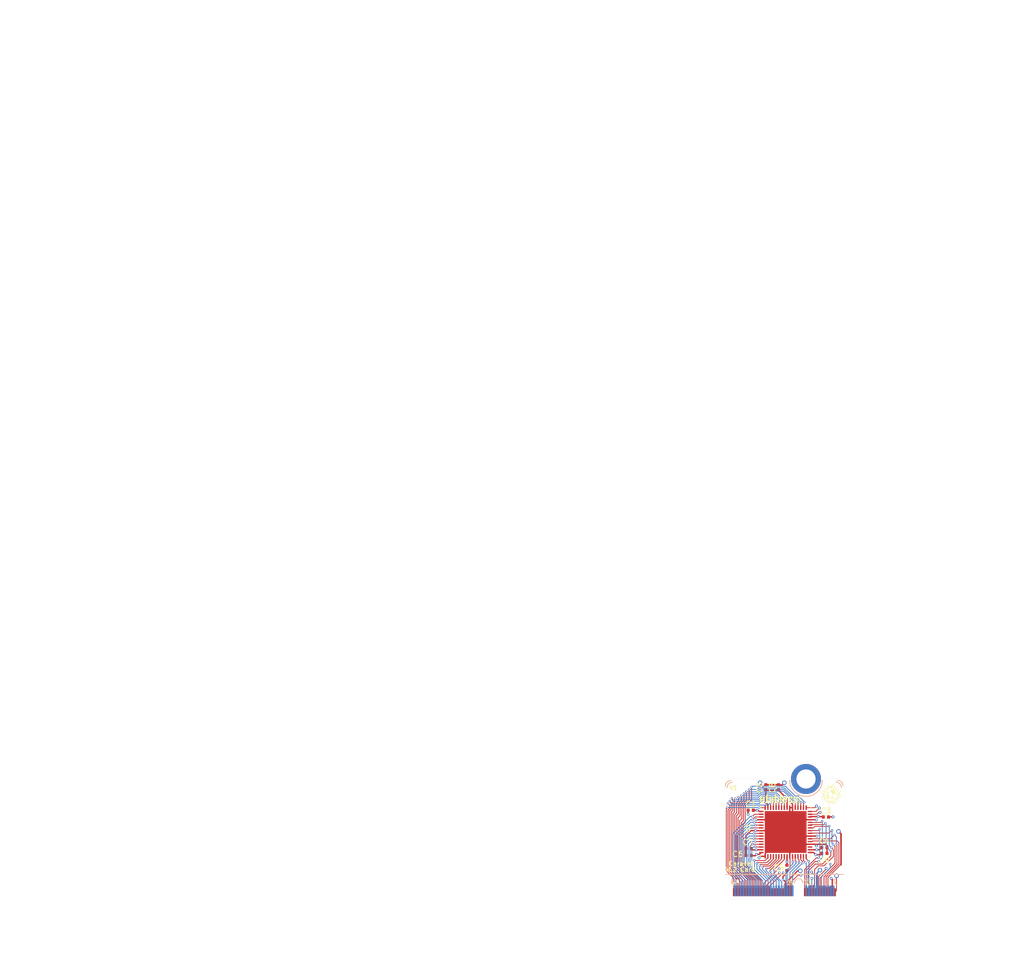
<source format=kicad_pcb>
(kicad_pcb (version 20221018) (generator pcbnew)
  (title_block (title "Carvel Breakout board as M.2 Card ") (rev "1") (company "Efabless") (comment 1 "4-layer Design") (comment 2 "0.8mm PCB") (comment 3 "45 degree chamfered edge"))
  (layers (0 "F.Cu" signal) (1 "In1.Cu" signal "GND") (2 "In2.Cu" signal "PWR") (31 "B.Cu" signal) (34 "B.Paste" user) (35 "F.Paste" user) (36 "B.SilkS" user "B.Silkscreen") (37 "F.SilkS" user "F.Silkscreen") (38 "B.Mask" user) (39 "F.Mask" user) (44 "Edge.Cuts" user))
  (net 0 "")
  (net 1 "GND")
  (net 2 "vccd2")
  (net 3 "vccd1")
  (net 4 "vdda2")
  (net 5 "vdda1")
  (net 6 "vddio")
  (net 7 "vdda")
  (net 8 "vccd")
  (net 14 "~{RST}")
  (net 15 "mprj_io[37]")
  (net 16 "xclk")
  (net 17 "mprj_io[36]")
  (net 18 "Caravel_CSB")
  (net 19 "mprj_io[35]")
  (net 20 "Caravel_D0")
  (net 21 "mprj_io[34]")
  (net 22 "Caravel_D1")
  (net 23 "gpio")
  (net 24 "Caravel_SCK")
  (net 25 "mprj_io[33]")
  (net 26 "mprj_io[32]")
  (net 28 "mprj_io[31]")
  (net 30 "mprj_io[30]")
  (net 32 "mprj_io[29]")
  (net 34 "mprj_io[28]")
  (net 36 "mprj_io[27]")
  (net 37 "mprj_io[0]")
  (net 38 "mprj_io[26]")
  (net 39 "mprj_io[1]_SDO")
  (net 40 "mprj_io[25]")
  (net 41 "mprj_io[2]_SDI")
  (net 42 "mprj_io[24]")
  (net 43 "mprj_io[3]_CSB")
  (net 44 "mprj_io[23]")
  (net 45 "mprj_io[4]_SCK")
  (net 46 "mprj_io[22]")
  (net 47 "mprj_io[5]_ser_rx")
  (net 48 "mprj_io[21]")
  (net 49 "mprj_io[6]_ser_tx")
  (net 50 "mprj_io[20]")
  (net 51 "mprj_io[7]")
  (net 52 "mprj_io[19]")
  (net 53 "mprj_io[8]")
  (net 54 "mprj_io[18]")
  (net 55 "mprj_io[9]")
  (net 56 "mprj_io[17]")
  (net 57 "mprj_io[10]")
  (net 58 "mprj_io[16]")
  (net 59 "mprj_io[11]")
  (net 60 "mprj_io[15]")
  (net 61 "mprj_io[12]")
  (net 62 "mprj_io[14]")
  (net 63 "mprj_io[13]")
  (footprint "Capacitor_SMD:C_0402_1005Metric" (layer "F.Cu") (at 162.69 165.38 90)
    (fp_text reference "C8")
    (fp_text value "0.1uf" hide)
  )
  (footprint "Capacitor_SMD:C_0402_1005Metric" (layer "F.Cu") (at 171.07 177.46 180)
    (fp_text reference "C9")
    (fp_text value "0.1uf" hide)
  )
  (footprint "Capacitor_SMD:C_0402_1005Metric" (layer "F.Cu") (at 157.21 177.83)
    (fp_text reference "C6")
    (fp_text value "0.1uf" hide)
  )
  (footprint "Capacitor_SMD:C_0402_1005Metric" (layer "F.Cu") (at 157.6 169.57)
    (fp_text reference "C1")
    (fp_text value "0.1uf" hide)
  )
  (footprint "Capacitor_SMD:C_0402_1005Metric" (layer "F.Cu") (at 160.36 165.38 90)
    (fp_text reference "C2")
    (fp_text value "0.1uf" hide)
  )
  (footprint "Caravel_Board:logo_small" (layer "F.Cu") (at 172.289333 166.701566)
    (fp_text reference "T1" hide)
    (fp_text value "Logo" hide)
  )
  (footprint "Capacitor_SMD:C_0402_1005Metric" (layer "F.Cu") (at 157.21 176.58)
    (fp_text reference "C7")
    (fp_text value "0.1uf" hide)
  )
  (footprint "Caravel_Board:ef_logo" (layer "F.Cu") (at 162.950398 167.531401)
    (fp_text reference "T2" hide)
    (fp_text value "Logo" hide)
  )
  (footprint "Capacitor_SMD:C_0402_1005Metric" (layer "F.Cu") (at 171.356 170.8068)
    (fp_text reference "C3")
    (fp_text value "0.1uf" hide)
  )
  (footprint "Package_DFN_QFN:QFN-64-1EP_9x9mm_P0.5mm_EP7.65x7.65mm" (layer "F.Cu") (at 163.99 173.55 90)
    (fp_text reference "U1")
    (fp_text value "Caravel")
  )
  (footprint "Capacitor_SMD:C_0402_1005Metric" (layer "F.Cu") (at 164.22 180.11 90)
    (fp_text reference "C5")
    (fp_text value "0.1uf" hide)
  )
  (footprint "MicroMod-Sparkfun:MicroMod-M.2-CARD-E-22" (layer "F.Cu") (at 163.761271 185.846951)
    (fp_text reference "J1")
    (fp_text value "MICROMOD-2222-Generic")
    (fp_line (start -11.05 -21) (end -11.05 -4.55) (stroke (width 0.01)) (layer "Edge.Cuts"))
    (fp_line (start -10 0) (end -10 -3.5) (stroke (width 0.01)) (layer "Edge.Cuts"))
    (fp_line (start 2 -2.9) (end 2 0) (stroke (width 0.01)) (layer "Edge.Cuts"))
    (fp_line (start 2 0) (end -10 0) (stroke (width 0.01)) (layer "Edge.Cuts"))
    (fp_line (start 2.2 -22) (end -10.05 -22) (stroke (width 0.01)) (layer "Edge.Cuts"))
    (fp_line (start 3.2 -2.9) (end 3.2 0) (stroke (width 0.01)) (layer "Edge.Cuts"))
    (fp_line (start 9.9 -3.5) (end 9.9 0) (stroke (width 0.01)) (layer "Edge.Cuts"))
    (fp_line (start 9.9 0) (end 3.2 0) (stroke (width 0.01)) (layer "Edge.Cuts"))
    (fp_line (start 9.95 -22) (end 5.7 -22) (stroke (width 0.01)) (layer "Edge.Cuts"))
    (fp_line (start 10.95 -21) (end 10.95 -4.55) (stroke (width 0.01)) (layer "Edge.Cuts"))
    (fp_arc (start -11.05 -21) (mid -10.757106 -21.707106) (end -10.05 -22) (stroke (width 0.01)) (layer "Edge.Cuts"))
    (fp_arc (start -10.525 -4.025) (mid -10.896231 -4.178769) (end -11.05 -4.55) (stroke (width 0.01)) (layer "Edge.Cuts"))
    (fp_arc (start -10.525 -4.025) (mid -10.153769 -3.871231) (end -10 -3.5) (stroke (width 0.01)) (layer "Edge.Cuts"))
    (fp_arc (start 2 -2.9) (mid 2.6 -3.5) (end 3.2 -2.9) (stroke (width 0.01)) (layer "Edge.Cuts"))
    (fp_arc (start 5.7 -22) (mid 3.95 -20.25) (end 2.2 -22) (stroke (width 0.01)) (layer "Edge.Cuts"))
    (fp_arc (start 9.9 -3.5) (mid 10.053769 -3.871231) (end 10.425 -4.025) (stroke (width 0.01)) (layer "Edge.Cuts"))
    (fp_arc (start 9.95 -22) (mid 10.657107 -21.707107) (end 10.95 -21) (stroke (width 0.01)) (layer "Edge.Cuts"))
    (fp_arc (start 10.95 -4.55) (mid 10.796231 -4.178769) (end 10.425 -4.025) (stroke (width 0.01)) (layer "Edge.Cuts"))
  )
  (footprint "Capacitor_SMD:C_0402_1005Metric" (layer "F.Cu") (at 171.07 176.3932 180)
    (fp_text reference "C4")
    (fp_text value "0.1uf" hide)
  )
  (gr_text "V1" (at 154.42 165.47) (layer "F.SilkS") (effects (font (size 0.8 0.8) (thickness 0.15) bold)))
  (gr_text "M.2 Card" (at 155.71 180.44) (layer "F.SilkS") (effects (font (size 0.8 0.8) (thickness 0.15) bold)))
  (gr_text "Caravel" (at 155.77 179.34) (layer "F.SilkS") (effects (font (size 0.8 0.8) (thickness 0.15) bold)))
  (segment (start 162.63 164.9) (end 162.68 164.95) (width 0.254) (layer "F.Cu") (net 1))
  (segment (start 162.68 164.95) (end 163.341287 164.95) (width 0.254) (layer "F.Cu") (net 1))
  (segment (start 171.8528 170.79) (end 171.836 170.8068) (width 0.254) (layer "F.Cu") (net 1))
  (segment (start 157.12 169.57) (end 157.12 170.31) (width 0.254) (layer "F.Cu") (net 1))
  (segment (start 168.44 171.3) (end 166.24 171.3) (width 0.254) (layer "F.Cu") (net 1))
  (segment (start 164.74 178) (end 164.74 174.3) (width 0.254) (layer "F.Cu") (net 1))
  (segment (start 163.49 182.2213) (end 164.010191 182.741491) (width 0.254) (layer "F.Cu") (net 1))
  (segment (start 159.39 178) (end 159.12 178.27) (width 0.254) (layer "F.Cu") (net 1))
  (segment (start 164.22 181.01) (end 164.22 180.59) (width 0.254) (layer "F.Cu") (net 1))
  (segment (start 165.24 168.453158) (end 165.24 169.1) (width 0.254) (layer "F.Cu") (net 1))
  (segment (start 168.44 175.8) (end 166.24 175.8) (width 0.254) (layer "F.Cu") (net 1))
  (segment (start 157.62 173.3) (end 158.47 173.3) (width 0.254) (layer "F.Cu") (net 1))
  (segment (start 165.24 169.1) (end 165.24 172.3) (width 0.254) (layer "F.Cu") (net 1))
  (segment (start 164.79 180.02) (end 164.22 180.59) (width 0.1524) (layer "F.Cu") (net 1))
  (segment (start 164.74 172.8) (end 163.99 173.55) (width 0.254) (layer "F.Cu") (net 1))
  (segment (start 164.74 174.3) (end 163.99 173.55) (width 0.254) (layer "F.Cu") (net 1))
  (segment (start 164.74 178) (end 164.79 178.05) (width 0.1524) (layer "F.Cu") (net 1))
  (segment (start 160.36 164.9) (end 161.46 164.9) (width 0.254) (layer "F.Cu") (net 1))
  (segment (start 169.33 175.8) (end 168.44 175.8) (width 0.254) (layer "F.Cu") (net 1))
  (segment (start 165.24 172.3) (end 163.99 173.55) (width 0.254) (layer "F.Cu") (net 1))
  (segment (start 168.44 174.3) (end 164.74 174.3) (width 0.254) (layer "F.Cu") (net 1))
  (segment (start 169.7 174.31) (end 169.69 174.3) (width 0.254) (layer "F.Cu") (net 1))
  (segment (start 159.54 171.3) (end 158.59 171.3) (width 0.254) (layer "F.Cu") (net 1))
  (segment (start 171.35 175.8) (end 171.55 176) (width 0.254) (layer "F.Cu") (net 1))
  (segment (start 159.54 173.3) (end 158.47 173.3) (width 0.254) (layer "F.Cu") (net 1))
  (segment (start 160.24 178) (end 160.24 177.5032) (width 0.254) (layer "F.Cu") (net 1))
  (segment (start 169.5781 171.3) (end 169.6 171.3219) (width 0.254) (layer "F.Cu") (net 1))
  (segment (start 161.74 171.3) (end 163.99 173.55) (width 0.254) (layer "F.Cu") (net 1))
  (segment (start 161.46 164.9) (end 162.63 164.9) (width 0.254) (layer "F.Cu") (net 1))
  (segment (start 164.883421 168.096579) (end 165.24 168.453158) (width 0.254) (layer "F.Cu") (net 1))
  (segment (start 164.010191 182.741491) (end 164.010191 184.574411) (width 0.254) (layer "F.Cu") (net 1))
  (segment (start 169.62 176.09) (end 169.33 175.8) (width 0.254) (layer "F.Cu") (net 1))
  (segment (start 163.341287 164.95) (end 163.747787 164.5435) (width 0.254) (layer "F.Cu") (net 1))
  (segment (start 163.49 182.2213) (end 163.49 181.74) (width 0.254) (layer "F.Cu") (net 1))
  (segment (start 159.54 171.3) (end 161.74 171.3) (width 0.254) (layer "F.Cu") (net 1))
  (segment (start 171.56 177.4734) (end 171.56 176.4066) (width 0.254) (layer "F.Cu") (net 1))
  (segment (start 166.24 175.8) (end 163.99 173.55) (width 0.254) (layer "F.Cu") (net 1))
  (segment (start 159.54 173.3) (end 163.74 173.3) (width 0.254) (layer "F.Cu") (net 1))
  (segment (start 168.94 175.8) (end 171.35 175.8) (width 0.254) (layer "F.Cu") (net 1))
  (segment (start 160.24 177.5032) (end 160.3578 177.3854) (width 0.254) (layer "F.Cu") (net 1))
  (segment (start 172.66 170.79) (end 171.8528 170.79) (width 0.254) (layer "F.Cu") (net 1))
  (segment (start 163.74 173.3) (end 163.99 173.55) (width 0.254) (layer "F.Cu") (net 1))
  (segment (start 168.44 171.3) (end 169.5781 171.3) (width 0.254) (layer "F.Cu") (net 1))
  (segment (start 164.79 178.05) (end 164.79 180.02) (width 0.1524) (layer "F.Cu") (net 1))
  (segment (start 166.24 171.3) (end 163.99 173.55) (width 0.254) (layer "F.Cu") (net 1))
  (segment (start 171.55 176) (end 171.55 176.3932) (width 0.254) (layer "F.Cu") (net 1))
  (segment (start 163.49 181.74) (end 164.22 181.01) (width 0.254) (layer "F.Cu") (net 1))
  (segment (start 156.7 176.61) (end 156.7 177.74) (width 0.254) (layer "F.Cu") (net 1))
  (segment (start 164.74 169.1) (end 165.24 169.1) (width 0.254) (layer "F.Cu") (net 1))
  (segment (start 160.24 178) (end 159.39 178) (width 0.254) (layer "F.Cu") (net 1))
  (segment (start 156.73 176.58) (end 156.73 174.19) (width 0.254) (layer "F.Cu") (net 1))
  (segment (start 164.74 169.1) (end 164.74 172.8) (width 0.254) (layer "F.Cu") (net 1))
  (segment (start 156.73 174.19) (end 157.62 173.3) (width 0.254) (layer "F.Cu") (net 1))
  (segment (start 169.69 174.3) (end 168.44 174.3) (width 0.254) (layer "F.Cu") (net 1))
  (via (at 163.49 182.2213) (size 0.4064) (drill 0.2032) (layers "F.Cu" "B.Cu") (net 1))
  (via (at 168.78 182.03) (size 0.5) (drill 0.25) (layers "F.Cu" "B.Cu") (net 1))
  (via (at 164.883421 168.096579) (size 0.5) (drill 0.25) (layers "F.Cu" "B.Cu") (net 1))
  (via (at 169.6 171.3219) (size 0.5) (drill 0.25) (layers "F.Cu" "B.Cu") (net 1))
  (via (at 169.62 176.09) (size 0.5) (drill 0.25) (layers "F.Cu" "B.Cu") (net 1))
  (via (at 172.15 179.4) (size 0.4064) (drill 0.2032) (layers "F.Cu" "B.Cu") (net 1))
  (via (at 172.66 170.79) (size 0.5) (drill 0.25) (layers "F.Cu" "B.Cu") (net 1))
  (via (at 158.59 171.3) (size 0.5) (drill 0.25) (layers "F.Cu" "B.Cu") (net 1))
  (via (at 163.747787 164.5435) (size 0.8) (drill 0.5) (layers "F.Cu" "B.Cu") (net 1))
  (via (at 158.47 173.3) (size 0.5) (drill 0.25) (layers "F.Cu" "B.Cu") (net 1))
  (via (at 169.7 174.31) (size 0.5) (drill 0.25) (layers "F.Cu" "B.Cu") (net 1))
  (via (at 157.12 170.31) (size 0.5) (drill 0.25) (layers "F.Cu" "B.Cu") (net 1))
  (via (at 159.12 178.27) (size 0.5) (drill 0.25) (layers "F.Cu" "B.Cu") (net 1))
  (segment (start 168.769991 182.040009) (end 168.769991 183.552951) (width 0.1524) (layer "B.Cu") (net 1))
  (segment (start 172.15 179.4) (end 172.15 180.1) (width 0.1524) (layer "B.Cu") (net 1))
  (segment (start 172.15 180.1) (end 170.271131 181.978869) (width 0.1524) (layer "B.Cu") (net 1))
  (segment (start 170.271131 181.978869) (end 170.271131 183.552951) (width 0.1524) (layer "B.Cu") (net 1))
  (segment (start 168.78 182.03) (end 168.769991 182.040009) (width 0.1524) (layer "B.Cu") (net 1))
  (segment (start 158.57 176.82) (end 157.93 176.82) (width 0.254) (layer "F.Cu") (net 2))
  (segment (start 159.54 176.8) (end 158.59 176.8) (width 0.254) (layer "F.Cu") (net 2))
  (segment (start 173.293259 181.56) (end 173.293259 184.290563) (width 0.1524) (layer "F.Cu") (net 2))
  (segment (start 173.293259 184.290563) (end 173.009411 184.574411) (width 0.1524) (layer "F.Cu") (net 2))
  (segment (start 158.59 176.8) (end 158.57 176.82) (width 0.254) (layer "F.Cu") (net 2))
  (segment (start 157.93 176.82) (end 157.67 176.56) (width 0.254) (layer "F.Cu") (net 2))
  (via (at 173.293259 181.56) (size 0.8) (drill 0.5) (layers "F.Cu" "B.Cu") (net 2))
  (via (at 158.57 176.82) (size 0.5) (drill 0.25) (layers "F.Cu" "B.Cu") (net 2))
  (segment (start 159.18 169.8) (end 158.95 169.57) (width 0.254) (layer "F.Cu") (net 3))
  (segment (start 158.28 169.57) (end 158.18 169.67) (width 0.254) (layer "F.Cu") (net 3))
  (segment (start 164.520571 182.309429) (end 164.520571 183.804411) (width 0.254) (layer "F.Cu") (net 3))
  (segment (start 158.95 169.57) (end 158.77 169.57) (width 0.254) (layer "F.Cu") (net 3))
  (segment (start 158.77 169.57) (end 158.28 169.57) (width 0.254) (layer "F.Cu") (net 3))
  (segment (start 166.67 180.66) (end 166.17 180.66) (width 0.254) (layer "F.Cu") (net 3))
  (segment (start 166.17 180.66) (end 164.520571 182.309429) (width 0.254) (layer "F.Cu") (net 3))
  (segment (start 159.54 169.8) (end 159.18 169.8) (width 0.254) (layer "F.Cu") (net 3))
  (via (at 158.77 169.57) (size 0.5) (drill 0.25) (layers "F.Cu" "B.Cu") (net 3))
  (via (at 166.67 180.66) (size 0.8) (drill 0.5) (layers "F.Cu" "B.Cu") (net 3))
  (segment (start 171.39 180.19) (end 171.39 180.35) (width 0.1524) (layer "F.Cu") (net 4))
  (segment (start 164.24 179.0176) (end 164.24 178) (width 0.254) (layer "F.Cu") (net 4))
  (segment (start 170.009671 181.730329) (end 170.009671 184.574411) (width 0.1524) (layer "F.Cu") (net 4))
  (segment (start 164.24 179.61) (end 164.24 179.0176) (width 0.254) (layer "F.Cu") (net 4))
  (segment (start 171.39 180.35) (end 170.009671 181.730329) (width 0.1524) (layer "F.Cu") (net 4))
  (segment (start 164.22 179.63) (end 164.24 179.61) (width 0.254) (layer "F.Cu") (net 4))
  (via (at 164.24 179.0176) (size 0.5) (drill 0.25) (layers "F.Cu" "B.Cu") (net 4))
  (via (at 171.39 180.19) (size 0.5) (drill 0.25) (layers "F.Cu" "B.Cu") (net 4))
  (segment (start 165.010951 182.680951) (end 165.01 182.68) (width 0.254) (layer "F.Cu") (net 5))
  (segment (start 160.3619 165.8619) (end 160.36 165.86) (width 0.254) (layer "F.Cu") (net 5))
  (segment (start 159.31 164.5435) (end 159.31 164.81) (width 0.254) (layer "F.Cu") (net 5))
  (segment (start 160.74 168.53) (end 160.74 169.1) (width 0.254) (layer "F.Cu") (net 5))
  (segment (start 164.085 167.315) (end 163.84 167.07) (width 0.254) (layer "F.Cu") (net 5))
  (segment (start 160.3619 168.1519) (end 160.74 168.53) (width 0.254) (layer "F.Cu") (net 5))
  (segment (start 160.41 165.91) (end 160.36 165.86) (width 0.254) (layer "F.Cu") (net 5))
  (segment (start 165.010951 184.574411) (end 165.010951 182.680951) (width 0.254) (layer "F.Cu") (net 5))
  (segment (start 164.24 168.13) (end 164.24 167.47) (width 0.254) (layer "F.Cu") (net 5))
  (segment (start 166.78 181.46) (end 166.23 181.46) (width 0.1524) (layer "F.Cu") (net 5))
  (segment (start 159.31 164.81) (end 160.36 165.86) (width 0.254) (layer "F.Cu") (net 5))
  (segment (start 164.24 167.47) (end 164.085 167.315) (width 0.254) (layer "F.Cu") (net 5))
  (segment (start 160.3619 168.1519) (end 160.3619 165.8619) (width 0.254) (layer "F.Cu") (net 5))
  (segment (start 162.68 165.91) (end 160.41 165.91) (width 0.254) (layer "F.Cu") (net 5))
  (segment (start 166.23 181.46) (end 165.01 182.68) (width 0.1524) (layer "F.Cu") (net 5))
  (segment (start 164.085 167.315) (end 162.68 165.91) (width 0.254) (layer "F.Cu") (net 5))
  (segment (start 164.24 168.13) (end 164.24 169.1) (width 0.254) (layer "F.Cu") (net 5))
  (via (at 166.78 181.46) (size 0.5) (drill 0.25) (layers "F.Cu" "B.Cu") (net 5))
  (via (at 159.31 164.5435) (size 0.8) (drill 0.5) (layers "F.Cu" "B.Cu") (net 5))
  (via (at 163.84 167.07) (size 0.5) (drill 0.25) (layers "F.Cu" "B.Cu") (net 5))
  (via (at 160.3619 168.1519) (size 0.5) (drill 0.25) (layers "F.Cu" "B.Cu") (net 5))
  (segment (start 170.33 177.72) (end 170.7044 177.3456) (width 0.254) (layer "F.Cu") (net 6))
  (segment (start 169.07 177.29) (end 168.45 177.29) (width 0.254) (layer "F.Cu") (net 6))
  (segment (start 168.45 177.29) (end 168.44 177.3) (width 0.254) (layer "F.Cu") (net 6))
  (segment (start 158.38 177.89) (end 157.81 177.89) (width 0.254) (layer "F.Cu") (net 6))
  (segment (start 158.63 177.64) (end 158.38 177.89) (width 0.254) (layer "F.Cu") (net 6))
  (segment (start 157.81 177.89) (end 157.8 177.88) (width 0.254) (layer "F.Cu") (net 6))
  (segment (start 172.31 182.03) (end 172.519031 182.239031) (width 0.254) (layer "F.Cu") (net 6))
  (segment (start 158.63 177.64) (end 159.2 177.64) (width 0.254) (layer "F.Cu") (net 6))
  (segment (start 159.2 177.64) (end 159.54 177.3) (width 0.254) (layer "F.Cu") (net 6))
  (segment (start 169.5 177.72) (end 169.07 177.29) (width 0.254) (layer "F.Cu") (net 6))
  (segment (start 172.519031 182.239031) (end 172.519031 183.804411) (width 0.254) (layer "F.Cu") (net 6))
  (segment (start 169.5 177.72) (end 170.33 177.72) (width 0.254) (layer "F.Cu") (net 6))
  (via (at 172.31 182.03) (size 0.5) (drill 0.25) (layers "F.Cu" "B.Cu") (net 6))
  (via (at 169.5 177.72) (size 0.5) (drill 0.25) (layers "F.Cu" "B.Cu") (net 6))
  (via (at 158.63 177.64) (size 0.5) (drill 0.25) (layers "F.Cu" "B.Cu") (net 6))
  (via (at 168.73 180.89) (size 0.5) (drill 0.25) (layers "F.Cu" "B.Cu") (net 6))
  (segment (start 169.260371 184.322951) (end 169.260371 181.420371) (width 0.1524) (layer "B.Cu") (net 6))
  (segment (start 169.260371 181.420371) (end 168.73 180.89) (width 0.1524) (layer "B.Cu") (net 6))
  (segment (start 171.72 183.32) (end 172.011191 183.611191) (width 0.1524) (layer "F.Cu") (net 7))
  (segment (start 174.12 179.54) (end 174.05 179.54) (width 0.1524) (layer "F.Cu") (net 7))
  (segment (start 170.795991 170.726791) (end 170.876 170.8068) (width 0.254) (layer "F.Cu") (net 7))
  (segment (start 171.72 181.87) (end 171.72 183.32) (width 0.1524) (layer "F.Cu") (net 7))
  (segment (start 168.513209 170.726791) (end 169.953265 170.726791) (width 0.254) (layer "F.Cu") (net 7))
  (segment (start 174.05 179.54) (end 171.72 181.87) (width 0.1524) (layer "F.Cu") (net 7))
  (segment (start 172.011191 183.611191) (end 172.011191 184.574411) (width 0.1524) (layer "F.Cu") (net 7))
  (segment (start 174.12 173.91) (end 173.655 173.445) (width 0.3048) (layer "F.Cu") (net 7))
  (segment (start 168.44 170.8) (end 168.513209 170.726791) (width 0.254) (layer "F.Cu") (net 7))
  (segment (start 169.953265 170.726791) (end 170.795991 170.726791) (width 0.254) (layer "F.Cu") (net 7))
  (segment (start 174.12 179.54) (end 174.12 173.91) (width 0.3048) (layer "F.Cu") (net 7))
  (via (at 173.655 173.445) (size 0.8) (drill 0.5) (layers "F.Cu" "B.Cu") (net 7))
  (via (at 169.953265 170.726791) (size 0.5) (drill 0.25) (layers "F.Cu" "B.Cu") (net 7))
  (segment (start 169.61 184.473702) (end 169.509291 184.574411) (width 0.1524) (layer "F.Cu") (net 8))
  (segment (start 170.265 180.525) (end 169.61 181.18) (width 0.1524) (layer "F.Cu") (net 8))
  (segment (start 170.1832 176.8) (end 170.59 176.3932) (width 0.254) (layer "F.Cu") (net 8))
  (segment (start 168.44 176.8) (end 170.1832 176.8) (width 0.254) (layer "F.Cu") (net 8))
  (segment (start 169.61 181.18) (end 169.61 184.473702) (width 0.1524) (layer "F.Cu") (net 8))
  (via (at 170.265 180.525) (size 0.8) (drill 0.5) (layers "F.Cu" "B.Cu") (net 8))
  (via (at 169.67 176.8) (size 0.5) (drill 0.25) (layers "F.Cu" "B.Cu") (net 8))
  (segment (start 169.770751 181.019249) (end 169.770751 183.552951) (width 0.254) (layer "B.Cu") (net 8))
  (segment (start 170.265 180.525) (end 169.770751 181.019249) (width 0.254) (layer "B.Cu") (net 8))
  (segment (start 171.39 183.53) (end 171.510811 183.650811) (width 0.1524) (layer "F.Cu") (net 14))
  (segment (start 171.39 181.78) (end 171.39 183.53) (width 0.1524) (layer "F.Cu") (net 14))
  (segment (start 168.44 175.3) (end 168.84 175.3) (width 0.1524) (layer "F.Cu") (net 14))
  (segment (start 173.4 175.19) (end 173.72 175.51) (width 0.1524) (layer "F.Cu") (net 14))
  (segment (start 173.72 175.51) (end 173.72 179.45) (width 0.1524) (layer "F.Cu") (net 14))
  (segment (start 168.95 175.19) (end 173.4 175.19) (width 0.1524) (layer "F.Cu") (net 14))
  (segment (start 173.72 179.45) (end 171.39 181.78) (width 0.1524) (layer "F.Cu") (net 14))
  (segment (start 171.510811 183.650811) (end 171.510811 184.574411) (width 0.1524) (layer "F.Cu") (net 14))
  (segment (start 168.84 175.3) (end 168.95 175.19) (width 0.1524) (layer "F.Cu") (net 14))
  (segment (start 168.21 178.9) (end 167.74 178.43) (width 0.1524) (layer "F.Cu") (net 15))
  (segment (start 167.74 178.43) (end 167.74 178.14) (width 0.1524) (layer "F.Cu") (net 15))
  (via (at 168.21 178.9) (size 0.4064) (drill 0.2032) (layers "F.Cu" "B.Cu") (net 15))
  (segment (start 168.259611 178.949611) (end 168.259611 184.322951) (width 0.1524) (layer "B.Cu") (net 15))
  (segment (start 168.21 178.9) (end 168.259611 178.949611) (width 0.1524) (layer "B.Cu") (net 15))
  (segment (start 172.91 174.08) (end 172.2 174.79) (width 0.1524) (layer "F.Cu") (net 16))
  (segment (start 173.36 179.41) (end 171.010431 181.759569) (width 0.1524) (layer "F.Cu") (net 16))
  (segment (start 173.36 175.84) (end 173.36 179.41) (width 0.1524) (layer "F.Cu") (net 16))
  (segment (start 171.010431 181.759569) (end 171.010431 184.574411) (width 0.1524) (layer "F.Cu") (net 16))
  (segment (start 172.2 174.79) (end 168.45 174.79) (width 0.1524) (layer "F.Cu") (net 16))
  (segment (start 173.27 175.75) (end 173.36 175.84) (width 0.1524) (layer "F.Cu") (net 16))
  (segment (start 168.45 174.79) (end 168.44 174.8) (width 0.1524) (layer "F.Cu") (net 16))
  (via (at 173.27 175.75) (size 0.4064) (drill 0.2032) (layers "F.Cu" "B.Cu") (net 16))
  (via (at 172.91 174.08) (size 0.4064) (drill 0.2032) (layers "F.Cu" "B.Cu") (net 16))
  (segment (start 173.27 175.75) (end 173.27 174.44) (width 0.1524) (layer "B.Cu") (net 16))
  (segment (start 173.27 174.44) (end 172.91 174.08) (width 0.1524) (layer "B.Cu") (net 16))
  (segment (start 167.61 179.16) (end 167.61 179.118054) (width 0.1524) (layer "F.Cu") (net 17))
  (segment (start 167.61 179.118054) (end 167.25 178.758054) (width 0.1524) (layer "F.Cu") (net 17))
  (segment (start 167.25 178.758054) (end 167.25 178.01) (width 0.1524) (layer "F.Cu") (net 17))
  (segment (start 167.25 178.01) (end 167.24 178) (width 0.1524) (layer "F.Cu") (net 17))
  (via (at 167.61 179.16) (size 0.4064) (drill 0.2032) (layers "F.Cu" "B.Cu") (net 17))
  (segment (start 167.61 179.16) (end 167.759231 179.309231) (width 0.1524) (layer "B.Cu") (net 17))
  (segment (start 167.759231 179.309231) (end 167.759231 184.322951) (width 0.1524) (layer "B.Cu") (net 17))
  (segment (start 172.43 173.24) (end 171.9205 173.7495) (width 0.1524) (layer "F.Cu") (net 18))
  (segment (start 168.4905 173.7495) (end 168.44 173.8) (width 0.1524) (layer "F.Cu") (net 18))
  (segment (start 172.66 175.82) (end 173.02 176.18) (width 0.1524) (layer "F.Cu") (net 18))
  (segment (start 170.510051 181.789949) (end 170.510051 184.574411) (width 0.1524) (layer "F.Cu") (net 18))
  (segment (start 171.9205 173.7495) (end 168.4905 173.7495) (width 0.1524) (layer "F.Cu") (net 18))
  (segment (start 172.48 173.24) (end 172.43 173.24) (width 0.1524) (layer "F.Cu") (net 18))
  (segment (start 173.02 179.28) (end 170.510051 181.789949) (width 0.1524) (layer "F.Cu") (net 18))
  (segment (start 173.02 176.18) (end 173.02 179.28) (width 0.1524) (layer "F.Cu") (net 18))
  (via (at 172.66 175.82) (size 0.4064) (drill 0.2032) (layers "F.Cu" "B.Cu") (net 18))
  (via (at 172.48 173.24) (size 0.4064) (drill 0.2032) (layers "F.Cu" "B.Cu") (net 18))
  (segment (start 172.46 175.62) (end 172.46 173.26) (width 0.1524) (layer "B.Cu") (net 18))
  (segment (start 172.46 173.26) (end 172.48 173.24) (width 0.1524) (layer "B.Cu") (net 18))
  (segment (start 172.66 175.82) (end 172.46 175.62) (width 0.1524) (layer "B.Cu") (net 18))
  (segment (start 167.052205 178.919469) (end 166.75 178.617264) (width 0.1524) (layer "F.Cu") (net 19))
  (segment (start 166.75 178.617264) (end 166.75 178.01) (width 0.1524) (layer "F.Cu") (net 19))
  (segment (start 166.75 178.01) (end 166.74 178) (width 0.1524) (layer "F.Cu") (net 19))
  (segment (start 167.052205 179.230128) (end 167.052205 178.919469) (width 0.1524) (layer "F.Cu") (net 19))
  (via (at 167.052205 179.230128) (size 0.4064) (drill 0.2032) (layers "F.Cu" "B.Cu") (net 19))
  (segment (start 166.98 179.265) (end 166.98 179.32) (width 0.1524) (layer "B.Cu") (net 19))
  (segment (start 165.259871 181.040129) (end 165.259871 184.322951) (width 0.1524) (layer "B.Cu") (net 19))
  (segment (start 166.98 179.32) (end 165.259871 181.040129) (width 0.1524) (layer "B.Cu") (net 19))
  (segment (start 171.01 179.74) (end 169.94 179.74) (width 0.1524) (layer "F.Cu") (net 20))
  (segment (start 169.94 179.74) (end 169.29 180.39) (width 0.1524) (layer "F.Cu") (net 20))
  (segment (start 171.9 172.52) (end 169.33 172.52) (width 0.1524) (layer "F.Cu") (net 20))
  (segment (start 169.29 183.13) (end 169.0364 183.3836) (width 0.1524) (layer "F.Cu") (net 20))
  (segment (start 169.0364 184.546922) (end 169.008911 184.574411) (width 0.1524) (layer "F.Cu") (net 20))
  (segment (start 172.72 176.78) (end 172.72 178.03) (width 0.1524) (layer "F.Cu") (net 20))
  (segment (start 169.03 172.82) (end 168.46 172.82) (width 0.1524) (layer "F.Cu") (net 20))
  (segment (start 172.36 176.42) (end 172.72 176.78) (width 0.1524) (layer "F.Cu") (net 20))
  (segment (start 169.29 180.39) (end 169.29 183.13) (width 0.1524) (layer "F.Cu") (net 20))
  (segment (start 171.95 172.47) (end 171.9 172.52) (width 0.1524) (layer "F.Cu") (net 20))
  (segment (start 169.0364 183.3836) (end 169.0364 184.546922) (width 0.1524) (layer "F.Cu") (net 20))
  (segment (start 169.33 172.52) (end 169.03 172.82) (width 0.1524) (layer "F.Cu") (net 20))
  (segment (start 172.72 178.03) (end 171.01 179.74) (width 0.1524) (layer "F.Cu") (net 20))
  (segment (start 168.46 172.82) (end 168.44 172.8) (width 0.1524) (layer "F.Cu") (net 20))
  (via (at 171.95 172.47) (size 0.4064) (drill 0.2032) (layers "F.Cu" "B.Cu") (net 20))
  (via (at 172.36 176.42) (size 0.4064) (drill 0.2032) (layers "F.Cu" "B.Cu") (net 20))
  (segment (start 171.95 172.47) (end 171.98 172.5) (width 0.1524) (layer "B.Cu") (net 20))
  (segment (start 171.98 172.5) (end 171.98 176.04) (width 0.1524) (layer "B.Cu") (net 20))
  (segment (start 171.98 176.04) (end 172.36 176.42) (width 0.1524) (layer "B.Cu") (net 20))
  (segment (start 166.436858 179.17997) (end 166.436858 178.636858) (width 0.1524) (layer "F.Cu") (net 21))
  (segment (start 166.436858 178.636858) (end 166.26303 178.46303) (width 0.1524) (layer "F.Cu") (net 21))
  (segment (start 166.26303 178.46303) (end 166.26303 178.02303) (width 0.1524) (layer "F.Cu") (net 21))
  (via (at 166.436858 179.17997) (size 0.4064) (drill 0.2032) (layers "F.Cu" "B.Cu") (net 21))
  (segment (start 164.759491 180.980509) (end 164.759491 184.322951) (width 0.1524) (layer "B.Cu") (net 21))
  (segment (start 166.436858 179.17997) (end 166.436858 179.303142) (width 0.1524) (layer "B.Cu") (net 21))
  (segment (start 166.436858 179.303142) (end 164.759491 180.980509) (width 0.1524) (layer "B.Cu") (net 21))
  (segment (start 170.71 179.43) (end 169.39 179.43) (width 0.1524) (layer "F.Cu") (net 22))
  (segment (start 172.25 177.89) (end 170.71 179.43) (width 0.1524) (layer "F.Cu") (net 22))
  (segment (start 171.24 171.95) (end 170.99 172.2) (width 0.1524) (layer "F.Cu") (net 22))
  (segment (start 168.09 182.93) (end 168.521071 183.361071) (width 0.1524) (layer "F.Cu") (net 22))
  (segment (start 170.99 172.2) (end 168.54 172.2) (width 0.1524) (layer "F.Cu") (net 22))
  (segment (start 168.09 180.73) (end 168.09 182.93) (width 0.1524) (layer "F.Cu") (net 22))
  (segment (start 168.521071 183.361071) (end 168.521071 183.804411) (width 0.1524) (layer "F.Cu") (net 22))
  (segment (start 168.54 172.2) (end 168.44 172.3) (width 0.1524) (layer "F.Cu") (net 22))
  (segment (start 172.25 177.06) (end 172.25 177.89) (width 0.1524) (layer "F.Cu") (net 22))
  (segment (start 169.39 179.43) (end 168.09 180.73) (width 0.1524) (layer "F.Cu") (net 22))
  (via (at 171.24 171.95) (size 0.4064) (drill 0.2032) (layers "F.Cu" "B.Cu") (net 22))
  (via (at 172.25 177.06) (size 0.4064) (drill 0.2032) (layers "F.Cu" "B.Cu") (net 22))
  (segment (start 171.39 176.2) (end 172.25 177.06) (width 0.1524) (layer "B.Cu") (net 22))
  (segment (start 171.39 172.1) (end 171.39 176.2) (width 0.1524) (layer "B.Cu") (net 22))
  (segment (start 171.24 171.95) (end 171.39 172.1) (width 0.1524) (layer "B.Cu") (net 22))
  (segment (start 170.41 171.8) (end 168.44 171.8) (width 0.1524) (layer "F.Cu") (net 23))
  (segment (start 167.7852 183.620811) (end 168.010691 183.846302) (width 0.1524) (layer "F.Cu") (net 23))
  (segment (start 168.010691 183.846302) (end 168.010691 184.574411) (width 0.1524) (layer "F.Cu") (net 23))
  (segment (start 169.378948 178.95) (end 167.7852 180.543748) (width 0.1524) (layer "F.Cu") (net 23))
  (segment (start 169.98 178.95) (end 169.378948 178.95) (width 0.1524) (layer "F.Cu") (net 23))
  (segment (start 170.66 171.55) (end 170.41 171.8) (width 0.1524) (layer "F.Cu") (net 23))
  (segment (start 167.7852 180.543748) (end 167.7852 183.620811) (width 0.1524) (layer "F.Cu") (net 23))
  (via (at 170.66 171.55) (size 0.4064) (drill 0.2032) (layers "F.Cu" "B.Cu") (net 23))
  (via (at 169.98 178.95) (size 0.4064) (drill 0.2032) (layers "F.Cu" "B.Cu") (net 23))
  (segment (start 170.7 178.23) (end 169.98 178.95) (width 0.1524) (layer "B.Cu") (net 23))
  (segment (start 170.66 171.55) (end 170.7 171.59) (width 0.1524) (layer "B.Cu") (net 23))
  (segment (start 170.7 171.59) (end 170.7 178.23) (width 0.1524) (layer "B.Cu") (net 23))
  (segment (start 170.22 173.03) (end 169.95 173.3) (width 0.1524) (layer "F.Cu") (net 24))
  (segment (start 169.99 178.28) (end 169.6 178.28) (width 0.1524) (layer "F.Cu") (net 24))
  (segment (start 169.6 178.28) (end 167.466 180.414) (width 0.1524) (layer "F.Cu") (net 24))
  (segment (start 167.466 184.5301) (end 167.510311 184.574411) (width 0.1524) (layer "F.Cu") (net 24))
  (segment (start 167.466 180.414) (end 167.466 184.5301) (width 0.1524) (layer "F.Cu") (net 24))
  (segment (start 169.95 173.3) (end 168.44 173.3) (width 0.1524) (layer "F.Cu") (net 24))
  (via (at 170.22 173.03) (size 0.4064) (drill 0.2032) (layers "F.Cu" "B.Cu") (net 24))
  (via (at 169.99 178.28) (size 0.4064) (drill 0.2032) (layers "F.Cu" "B.Cu") (net 24))
  (segment (start 170.22 173.03) (end 170.22 178.05) (width 0.1524) (layer "B.Cu") (net 24))
  (segment (start 170.22 178.05) (end 169.99 178.28) (width 0.1524) (layer "B.Cu") (net 24))
  (segment (start 165.74 178.854253) (end 165.74 178) (width 0.1524) (layer "F.Cu") (net 25))
  (segment (start 165.88908 179.003333) (end 165.74 178.854253) (width 0.1524) (layer "F.Cu") (net 25))
  (via (at 165.88908 179.003333) (size 0.4064) (drill 0.2032) (layers "F.Cu" "B.Cu") (net 25))
  (segment (start 165.88908 179.003333) (end 165.88908 179.29092) (width 0.1524) (layer "B.Cu") (net 25))
  (segment (start 164.27 182.52921) (end 164.27 184.312062) (width 0.1524) (layer "B.Cu") (net 25))
  (segment (start 164.274 180.906) (end 164.274 182.52521) (width 0.1524) (layer "B.Cu") (net 25))
  (segment (start 164.274 182.52521) (end 164.27 182.52921) (width 0.1524) (layer "B.Cu") (net 25))
  (segment (start 164.27 184.312062) (end 164.259111 184.322951) (width 0.1524) (layer "B.Cu") (net 25))
  (segment (start 165.88908 179.29092) (end 164.274 180.906) (width 0.1524) (layer "B.Cu") (net 25))
  (segment (start 165.29 179.01) (end 165.29 178.05) (width 0.1524) (layer "F.Cu") (net 26))
  (segment (start 165.29 178.05) (end 165.24 178) (width 0.1524) (layer "F.Cu") (net 26))
  (via (at 165.29 179.01) (size 0.4064) (drill 0.2032) (layers "F.Cu" "B.Cu") (net 26))
  (segment (start 163.74 184.30168) (end 163.761271 184.322951) (width 0.1524) (layer "B.Cu") (net 26))
  (segment (start 164.016 182.424) (end 164.016 182.814) (width 0.1524) (layer "B.Cu") (net 26))
  (segment (start 164.02 180.66) (end 164.02 182.42) (width 0.1524) (layer "B.Cu") (net 26))
  (segment (start 163.74 183.09) (end 163.74 184.30168) (width 0.1524) (layer "B.Cu") (net 26))
  (segment (start 165.29 179.01) (end 165.29 179.39) (width 0.1524) (layer "B.Cu") (net 26))
  (segment (start 164.016 182.814) (end 163.74 183.09) (width 0.1524) (layer "B.Cu") (net 26))
  (segment (start 164.02 182.42) (end 164.016 182.424) (width 0.1524) (layer "B.Cu") (net 26))
  (segment (start 165.29 179.39) (end 164.02 180.66) (width 0.1524) (layer "B.Cu") (net 26))
  (segment (start 163.74 178.59) (end 163.74 178) (width 0.1524) (layer "F.Cu") (net 28))
  (segment (start 161.87 180.46) (end 163.74 178.59) (width 0.1524) (layer "F.Cu") (net 28))
  (via (at 161.87 180.46) (size 0.4064) (drill 0.2032) (layers "F.Cu" "B.Cu") (net 28))
  (segment (start 161.87 181.26079) (end 163.263431 182.654221) (width 0.1524) (layer "B.Cu") (net 28))
  (segment (start 161.87 180.46) (end 161.87 181.26079) (width 0.1524) (layer "B.Cu") (net 28))
  (segment (start 163.263431 182.654221) (end 163.263431 184.322951) (width 0.1524) (layer "B.Cu") (net 28))
  (segment (start 163.24 178.465) (end 163.24 178) (width 0.1524) (layer "F.Cu") (net 30))
  (segment (start 161.17 180.72) (end 161.17 180.535) (width 0.1524) (layer "F.Cu") (net 30))
  (segment (start 161.17 180.535) (end 163.24 178.465) (width 0.1524) (layer "F.Cu") (net 30))
  (via (at 161.17 180.72) (size 0.4064) (drill 0.2032) (layers "F.Cu" "B.Cu") (net 30))
  (segment (start 161.17 180.72) (end 161.17 180.92) (width 0.1524) (layer "B.Cu") (net 30))
  (segment (start 162.763051 182.513051) (end 162.763051 184.322951) (width 0.1524) (layer "B.Cu") (net 30))
  (segment (start 161.17 180.92) (end 162.763051 182.513051) (width 0.1524) (layer "B.Cu") (net 30))
  (segment (start 161.04 180.19) (end 162.74 178.49) (width 0.1524) (layer "F.Cu") (net 32))
  (segment (start 162.74 178.49) (end 162.74 178) (width 0.1524) (layer "F.Cu") (net 32))
  (segment (start 160.53 180.19) (end 161.04 180.19) (width 0.1524) (layer "F.Cu") (net 32))
  (segment (start 160.41 180.31) (end 160.53 180.19) (width 0.1524) (layer "F.Cu") (net 32))
  (via (at 160.41 180.31) (size 0.4064) (drill 0.2032) (layers "F.Cu" "B.Cu") (net 32))
  (segment (start 162.262671 182.471619) (end 162.262671 184.322951) (width 0.1524) (layer "B.Cu") (net 32))
  (segment (start 160.41 180.618948) (end 162.262671 182.471619) (width 0.1524) (layer "B.Cu") (net 32))
  (segment (start 160.41 180.31) (end 160.41 180.618948) (width 0.1524) (layer "B.Cu") (net 32))
  (segment (start 159.93 179.8) (end 160.995 179.8) (width 0.1524) (layer "F.Cu") (net 34))
  (segment (start 160.995 179.8) (end 162.24 178.555) (width 0.1524) (layer "F.Cu") (net 34))
  (segment (start 159.77 179.96) (end 159.93 179.8) (width 0.1524) (layer "F.Cu") (net 34))
  (segment (start 162.24 178.555) (end 162.24 178) (width 0.1524) (layer "F.Cu") (net 34))
  (via (at 159.77 179.96) (size 0.4064) (drill 0.2032) (layers "F.Cu" "B.Cu") (net 34))
  (segment (start 161.762291 182.402291) (end 161.762291 184.322951) (width 0.1524) (layer "B.Cu") (net 34))
  (segment (start 159.77 180.41) (end 161.762291 182.402291) (width 0.1524) (layer "B.Cu") (net 34))
  (segment (start 159.77 179.96) (end 159.77 180.41) (width 0.1524) (layer "B.Cu") (net 34))
  (segment (start 159.24 179.68) (end 159.41 179.51) (width 0.1524) (layer "F.Cu") (net 36))
  (segment (start 161.74 178.5) (end 161.74 178) (width 0.1524) (layer "F.Cu") (net 36))
  (segment (start 160.73 179.51) (end 161.74 178.5) (width 0.1524) (layer "F.Cu") (net 36))
  (segment (start 159.41 179.51) (end 160.73 179.51) (width 0.1524) (layer "F.Cu") (net 36))
  (via (at 159.24 179.68) (size 0.4064) (drill 0.2032) (layers "F.Cu" "B.Cu") (net 36))
  (segment (start 161.271911 182.371911) (end 161.271911 183.552951) (width 0.1524) (layer "B.Cu") (net 36))
  (segment (start 159.24 179.68) (end 159.24 180.34) (width 0.1524) (layer "B.Cu") (net 36))
  (segment (start 159.24 180.34) (end 161.271911 182.371911) (width 0.1524) (layer "B.Cu") (net 36))
  (segment (start 161.012991 183.507009) (end 161.012991 184.574411) (width 0.1524) (layer "F.Cu") (net 37))
  (segment (start 170.033213 169.97) (end 169.703213 170.3) (width 0.1524) (layer "F.Cu") (net 37))
  (segment (start 170.29 169.97) (end 170.033213 169.97) (width 0.1524) (layer "F.Cu") (net 37))
  (segment (start 163.53 180.99) (end 161.012991 183.507009) (width 0.1524) (layer "F.Cu") (net 37))
  (segment (start 169.703213 170.3) (end 168.44 170.3) (width 0.1524) (layer "F.Cu") (net 37))
  (via (at 170.29 169.97) (size 0.5) (drill 0.25) (layers "F.Cu" "B.Cu") (net 37))
  (via (at 163.53 180.99) (size 0.4064) (drill 0.2032) (layers "F.Cu" "B.Cu") (net 37))
  (segment (start 158.73 179.28) (end 158.85 179.16) (width 0.1524) (layer "F.Cu") (net 38))
  (segment (start 158.85 179.16) (end 160.53 179.16) (width 0.1524) (layer "F.Cu") (net 38))
  (segment (start 160.53 179.16) (end 161.24 178.45) (width 0.1524) (layer "F.Cu") (net 38))
  (segment (start 161.24 178.45) (end 161.24 178) (width 0.1524) (layer "F.Cu") (net 38))
  (via (at 158.73 179.28) (size 0.4064) (drill 0.2032) (layers "F.Cu" "B.Cu") (net 38))
  (segment (start 160.771531 182.331531) (end 160.771531 183.552951) (width 0.1524) (layer "B.Cu") (net 38))
  (segment (start 158.73 180.29) (end 160.771531 182.331531) (width 0.1524) (layer "B.Cu") (net 38))
  (segment (start 158.73 179.28) (end 158.73 180.29) (width 0.1524) (layer "B.Cu") (net 38))
  (segment (start 160.512611 183.287389) (end 160.512611 184.574411) (width 0.1524) (layer "F.Cu") (net 39))
  (segment (start 162.83 180.97) (end 160.512611 183.287389) (width 0.1524) (layer "F.Cu") (net 39))
  (segment (start 169.5272 169.7908) (end 168.4492 169.7908) (width 0.1524) (layer "F.Cu") (net 39))
  (segment (start 170.1622 169.1558) (end 169.5272 169.7908) (width 0.1524) (layer "F.Cu") (net 39))
  (segment (start 168.4492 169.7908) (end 168.44 169.8) (width 0.1524) (layer "F.Cu") (net 39))
  (via (at 162.83 180.97) (size 0.4064) (drill 0.2032) (layers "F.Cu" "B.Cu") (net 39))
  (via (at 170.1622 169.1558) (size 0.5) (drill 0.25) (layers "F.Cu" "B.Cu") (net 39))
  (segment (start 160.224836 178.78) (end 160.74 178.264836) (width 0.1524) (layer "F.Cu") (net 40))
  (segment (start 158.25 178.72) (end 158.31 178.78) (width 0.1524) (layer "F.Cu") (net 40))
  (segment (start 158.31 178.78) (end 160.224836 178.78) (width 0.1524) (layer "F.Cu") (net 40))
  (segment (start 160.74 178.264836) (end 160.74 178) (width 0.1524) (layer "F.Cu") (net 40))
  (via (at 158.25 178.72) (size 0.4064) (drill 0.2032) (layers "F.Cu" "B.Cu") (net 40))
  (segment (start 160.273691 182.413691) (end 160.273691 183.552951) (width 0.1524) (layer "B.Cu") (net 40))
  (segment (start 158.28 180.42) (end 160.273691 182.413691) (width 0.1524) (layer "B.Cu") (net 40))
  (segment (start 158.28 178.75) (end 158.28 180.42) (width 0.1524) (layer "B.Cu") (net 40))
  (segment (start 158.25 178.72) (end 158.28 178.75) (width 0.1524) (layer "B.Cu") (net 40))
  (segment (start 162.71 180.24) (end 160.012231 182.937769) (width 0.1524) (layer "F.Cu") (net 41))
  (segment (start 160.012231 182.937769) (end 160.012231 184.574411) (width 0.1524) (layer "F.Cu") (net 41))
  (segment (start 169.619785 168.79419) (end 169.313975 169.1) (width 0.1524) (layer "F.Cu") (net 41))
  (segment (start 169.313975 169.1) (end 167.74 169.1) (width 0.1524) (layer "F.Cu") (net 41))
  (segment (start 162.8 180.24) (end 162.71 180.24) (width 0.1524) (layer "F.Cu") (net 41))
  (via (at 162.8 180.24) (size 0.4064) (drill 0.2032) (layers "F.Cu" "B.Cu") (net 41))
  (via (at 169.619785 168.79419) (size 0.5) (drill 0.25) (layers "F.Cu" "B.Cu") (net 41))
  (segment (start 158.4 176.2313) (end 158.4687 176.3) (width 0.1524) (layer "F.Cu") (net 42))
  (segment (start 158.4687 176.3) (end 159.54 176.3) (width 0.1524) (layer "F.Cu") (net 42))
  (via (at 158.4 176.2313) (size 0.4064) (drill 0.2032) (layers "F.Cu" "B.Cu") (net 42))
  (segment (start 157.79 176.6) (end 157.79 178.16) (width 0.1524) (layer "B.Cu") (net 42))
  (segment (start 158.1587 176.2313) (end 157.79 176.6) (width 0.1524) (layer "B.Cu") (net 42))
  (segment (start 157.79 178.16) (end 157.79 180.44224) (width 0.1524) (layer "B.Cu") (net 42))
  (segment (start 157.79 180.44224) (end 159.773311 182.425551) (width 0.1524) (layer "B.Cu") (net 42))
  (segment (start 158.4 176.2313) (end 158.1587 176.2313) (width 0.1524) (layer "B.Cu") (net 42))
  (segment (start 159.773311 182.425551) (end 159.773311 183.552951) (width 0.1524) (layer "B.Cu") (net 42))
  (segment (start 156.59 171.82) (end 156.59 168.798602) (width 0.1524) (layer "F.Cu") (net 43))
  (segment (start 156.59 168.798602) (end 157.749011 167.639591) (width 0.1524) (layer "F.Cu") (net 43))
  (segment (start 157.749011 165.369427) (end 157.726984 165.3474) (width 0.1524) (layer "F.Cu") (net 43))
  (segment (start 159.511851 182.367599) (end 156.178 179.033748) (width 0.1524) (layer "F.Cu") (net 43))
  (segment (start 156.178 179.033748) (end 156.178 172.232) (width 0.1524) (layer "F.Cu") (net 43))
  (segment (start 167.396888 168.111835) (end 167.24 168.268723) (width 0.1524) (layer "F.Cu") (net 43))
  (segment (start 159.511851 184.574411) (end 159.511851 182.367599) (width 0.1524) (layer "F.Cu") (net 43))
  (segment (start 157.749011 167.639591) (end 157.749011 165.369427) (width 0.1524) (layer "F.Cu") (net 43))
  (segment (start 167.24 168.268723) (end 167.24 169.1) (width 0.1524) (layer "F.Cu") (net 43))
  (segment (start 156.178 172.232) (end 156.59 171.82) (width 0.1524) (layer "F.Cu") (net 43))
  (via (at 157.726984 165.3474) (size 0.4064) (drill 0.2032) (layers "F.Cu" "B.Cu") (net 43))
  (via (at 167.396888 168.111835) (size 0.4064) (drill 0.2032) (layers "F.Cu" "B.Cu") (net 43))
  (segment (start 163.9416 165.1716) (end 165.73 166.96) (width 0.1524) (layer "B.Cu") (net 43))
  (segment (start 167.396888 168.03755) (end 167.396888 168.111835) (width 0.1524) (layer "B.Cu") (net 43))
  (segment (start 157.726984 165.3474) (end 157.902784 165.1716) (width 0.1524) (layer "B.Cu") (net 43))
  (segment (start 157.902784 165.1716) (end 163.9416 165.1716) (width 0.1524) (layer "B.Cu") (net 43))
  (segment (start 165.73 166.96) (end 166.319338 166.96) (width 0.1524) (layer "B.Cu") (net 43))
  (segment (start 166.319338 166.96) (end 167.396888 168.03755) (width 0.1524) (layer "B.Cu") (net 43))
  (segment (start 157.955534 175.8) (end 159.54 175.8) (width 0.1524) (layer "F.Cu") (net 44))
  (segment (start 157.902767 175.747233) (end 157.955534 175.8) (width 0.1524) (layer "F.Cu") (net 44))
  (via (at 157.902767 175.747233) (size 0.4064) (drill 0.2032) (layers "F.Cu" "B.Cu") (net 44))
  (segment (start 159.272931 182.372931) (end 159.272931 183.552951) (width 0.1524) (layer "B.Cu") (net 44))
  (segment (start 157.4752 180.5752) (end 159.272931 182.372931) (width 0.1524) (layer "B.Cu") (net 44))
  (segment (start 157.4752 176.1748) (end 157.4752 180.5752) (width 0.1524) (layer "B.Cu") (net 44))
  (segment (start 157.902767 175.747233) (end 157.4752 176.1748) (width 0.1524) (layer "B.Cu") (net 44))
  (segment (start 166.74 169.1) (end 166.74 168.18932) (width 0.1524) (layer "F.Cu") (net 45))
  (segment (start 157.317211 167.640339) (end 156.26 168.69755) (width 0.1524) (layer "F.Cu") (net 45))
  (segment (start 156.26 171.47) (end 155.8732 171.8568) (width 0.1524) (layer "F.Cu") (net 45))
  (segment (start 155.8732 179.16) (end 159.011471 182.298271) (width 0.1524) (layer "F.Cu") (net 45))
  (segment (start 159.011471 182.298271) (end 159.011471 184.574411) (width 0.1524) (layer "F.Cu") (net 45))
  (segment (start 166.74 168.18932) (end 166.839 168.09032) (width 0.1524) (layer "F.Cu") (net 45))
  (segment (start 156.26 168.69755) (end 156.26 171.47) (width 0.1524) (layer "F.Cu") (net 45))
  (segment (start 157.317211 165.7787) (end 157.317211 167.640339) (width 0.1524) (layer "F.Cu") (net 45))
  (segment (start 155.8732 171.8568) (end 155.8732 179.16) (width 0.1524) (layer "F.Cu") (net 45))
  (via (at 157.317211 165.7787) (size 0.4064) (drill 0.2032) (layers "F.Cu" "B.Cu") (net 45))
  (via (at 166.839 168.09032) (size 0.4064) (drill 0.2032) (layers "F.Cu" "B.Cu") (net 45))
  (segment (start 163.7464 165.4764) (end 158.999392 165.4764) (width 0.1524) (layer "B.Cu") (net 45))
  (segment (start 166.839 168.085163) (end 166.023837 167.27) (width 0.1524) (layer "B.Cu") (net 45))
  (segment (start 166.023837 167.27) (end 165.54 167.27) (width 0.1524) (layer "B.Cu") (net 45))
  (segment (start 165.54 167.27) (end 163.7464 165.4764) (width 0.1524) (layer "B.Cu") (net 45))
  (segment (start 158.999392 165.4764) (end 158.697092 165.7787) (width 0.1524) (layer "B.Cu") (net 45))
  (segment (start 158.697092 165.7787) (end 157.317211 165.7787) (width 0.1524) (layer "B.Cu") (net 45))
  (segment (start 166.839 168.09032) (end 166.839 168.085163) (width 0.1524) (layer "B.Cu") (net 45))
  (segment (start 158.42 175.3) (end 159.54 175.3) (width 0.1524) (layer "F.Cu") (net 46))
  (via (at 158.42 175.3) (size 0.4064) (drill 0.2032) (layers "F.Cu" "B.Cu") (net 46))
  (segment (start 157.57 175.3) (end 157.17 175.7) (width 0.1524) (layer "B.Cu") (net 46))
  (segment (start 157.17 175.7) (end 157.17 180.73) (width 0.1524) (layer "B.Cu") (net 46))
  (segment (start 158.772551 182.332551) (end 158.772551 183.552951) (width 0.1524) (layer "B.Cu") (net 46))
  (segment (start 158.42 175.3) (end 157.57 175.3) (width 0.1524) (layer "B.Cu") (net 46))
  (segment (start 157.17 180.73) (end 158.772551 182.332551) (width 0.1524) (layer "B.Cu") (net 46))
  (segment (start 155.5684 171.4916) (end 155.9552 171.1048) (width 0.1524) (layer "F.Cu") (net 47))
  (segment (start 156.791071 167.735427) (end 156.791071 166.1387) (width 0.1524) (layer "F.Cu") (net 47))
  (segment (start 155.5684 179.433748) (end 155.5684 171.4916) (width 0.1524) (layer "F.Cu") (net 47))
  (segment (start 155.9552 171.1048) (end 155.9552 168.571298) (width 0.1524) (layer "F.Cu") (net 47))
  (segment (start 158.513631 182.378979) (end 155.5684 179.433748) (width 0.1524) (layer "F.Cu") (net 47))
  (segment (start 166.282886 168.139707) (end 166.24 168.182593) (width 0.1524) (layer "F.Cu") (net 47))
  (segment (start 158.513631 184.574411) (end 158.513631 182.378979) (width 0.1524) (layer "F.Cu") (net 47))
  (segment (start 155.9552 168.571298) (end 156.791071 167.735427) (width 0.1524) (layer "F.Cu") (net 47))
  (segment (start 166.24 168.182593) (end 166.24 169.1) (width 0.1524) (layer "F.Cu") (net 47))
  (via (at 156.791071 166.1387) (size 0.4064) (drill 0.2032) (layers "F.Cu" "B.Cu") (net 47))
  (via (at 166.282886 168.139707) (size 0.4064) (drill 0.2032) (layers "F.Cu" "B.Cu") (net 47))
  (segment (start 165.83 167.53) (end 165.41 167.53) (width 0.1524) (layer "B.Cu") (net 47))
  (segment (start 165.41 167.53) (end 163.6612 165.7812) (width 0.1524) (layer "B.Cu") (net 47))
  (segment (start 156.862371 166.21) (end 156.791071 166.1387) (width 0.1524) (layer "B.Cu") (net 47))
  (segment (start 166.282886 167.982886) (end 165.83 167.53) (width 0.1524) (layer "B.Cu") (net 47))
  (segment (start 159.125644 165.7812) (end 158.696844 166.21) (width 0.1524) (layer "B.Cu") (net 47))
  (segment (start 158.696844 166.21) (end 156.862371 166.21) (width 0.1524) (layer "B.Cu") (net 47))
  (segment (start 163.6612 165.7812) (end 159.125644 165.7812) (width 0.1524) (layer "B.Cu") (net 47))
  (segment (start 166.282886 168.139707) (end 166.282886 167.982886) (width 0.1524) (layer "B.Cu") (net 47))
  (segment (start 158.144212 174.765788) (end 158.178423 174.8) (width 0.1524) (layer "F.Cu") (net 48))
  (segment (start 158.178423 174.8) (end 159.54 174.8) (width 0.1524) (layer "F.Cu") (net 48))
  (via (at 158.144212 174.765788) (size 0.4064) (drill 0.2032) (layers "F.Cu" "B.Cu") (net 48))
  (segment (start 156.8652 180.924148) (end 158.272171 182.331119) (width 0.1524) (layer "B.Cu") (net 48))
  (segment (start 158.144212 174.765788) (end 157.454212 174.765788) (width 0.1524) (layer "B.Cu") (net 48))
  (segment (start 158.272171 182.331119) (end 158.272171 183.552951) (width 0.1524) (layer "B.Cu") (net 48))
  (segment (start 157.454212 174.765788) (end 156.8652 175.3548) (width 0.1524) (layer "B.Cu") (net 48))
  (segment (start 156.8652 175.3548) (end 156.8652 180.924148) (width 0.1524) (layer "B.Cu") (net 48))
  (segment (start 165.74 168.21921) (end 165.74 169.1) (width 0.1524) (layer "F.Cu") (net 49))
  (segment (start 155.2636 170.9564) (end 155.65 170.57) (width 0.1524) (layer "F.Cu") (net 49))
  (segment (start 155.2636 179.56) (end 155.2636 170.9564) (width 0.1524) (layer "F.Cu") (net 49))
  (segment (start 156.352699 167.742747) (end 156.352699 166.4987) (width 0.1524) (layer "F.Cu") (net 49))
  (segment (start 155.65 170.57) (end 155.65 168.445446) (width 0.1524) (layer "F.Cu") (net 49))
  (segment (start 158.013251 184.574411) (end 158.013251 182.309651) (width 0.1524) (layer "F.Cu") (net 49))
  (segment (start 165.515395 167.994605) (end 165.74 168.21921) (width 0.1524) (layer "F.Cu") (net 49))
  (segment (start 155.65 168.445446) (end 156.352699 167.742747) (width 0.1524) (layer "F.Cu") (net 49))
  (segment (start 158.013251 182.309651) (end 155.2636 179.56) (width 0.1524) (layer "F.Cu") (net 49))
  (via (at 165.515395 167.994605) (size 0.4064) (drill 0.2032) (layers "F.Cu" "B.Cu") (net 49))
  (via (at 156.352699 166.4987) (size 0.4064) (drill 0.2032) (layers "F.Cu" "B.Cu") (net 49))
  (segment (start 163.60679 166.086) (end 159.251896 166.086) (width 0.1524) (layer "B.Cu") (net 49))
  (segment (start 159.251896 166.086) (end 158.767896 166.57) (width 0.1524) (layer "B.Cu") (net 49))
  (segment (start 165.515395 167.994605) (end 163.60679 166.086) (width 0.1524) (layer "B.Cu") (net 49))
  (segment (start 158.767896 166.57) (end 156.423999 166.57) (width 0.1524) (layer "B.Cu") (net 49))
  (segment (start 156.423999 166.57) (end 156.352699 166.4987) (width 0.1524) (layer "B.Cu") (net 49))
  (segment (start 158.46 174.3) (end 159.54 174.3) (width 0.1524) (layer "F.Cu") (net 50))
  (via (at 158.46 174.3) (size 0.4064) (drill 0.2032) (layers "F.Cu" "B.Cu") (net 50))
  (segment (start 156.4548 175.1752) (end 156.4548 181.0348) (width 0.1524) (layer "B.Cu") (net 50))
  (segment (start 157.771791 182.351791) (end 157.771791 183.552951) (width 0.1524) (layer "B.Cu") (net 50))
  (segment (start 157.33 174.3) (end 156.4548 175.1752) (width 0.1524) (layer "B.Cu") (net 50))
  (segment (start 158.46 174.3) (end 157.33 174.3) (width 0.1524) (layer "B.Cu") (net 50))
  (segment (start 156.4548 181.0348) (end 157.771791 182.351791) (width 0.1524) (layer "B.Cu") (net 50))
  (segment (start 154.9588 179.758148) (end 157.512871 182.312219) (width 0.1524) (layer "F.Cu") (net 51))
  (segment (start 163.700978 167.855038) (end 163.74 167.89406) (width 0.1524) (layer "F.Cu") (net 51))
  (segment (start 157.512871 182.312219) (end 157.512871 184.574411) (width 0.1524) (layer "F.Cu") (net 51))
  (segment (start 155.88 166.8791) (end 155.88 167.784394) (width 0.1524) (layer "F.Cu") (net 51))
  (segment (start 155.3452 170.2148) (end 154.9588 170.6012) (width 0.1524) (layer "F.Cu") (net 51))
  (segment (start 155.88 167.784394) (end 155.3452 168.319194) (width 0.1524) (layer "F.Cu") (net 51))
  (segment (start 154.9588 170.6012) (end 154.9588 179.758148) (width 0.1524) (layer "F.Cu") (net 51))
  (segment (start 163.74 167.89406) (end 163.74 169.1) (width 0.1524) (layer "F.Cu") (net 51))
  (segment (start 155.3452 168.319194) (end 155.3452 170.2148) (width 0.1524) (layer "F.Cu") (net 51))
  (via (at 155.88 166.8791) (size 0.4064) (drill 0.2032) (layers "F.Cu" "B.Cu") (net 51))
  (via (at 163.700978 167.855038) (size 0.4064) (drill 0.2032) (layers "F.Cu" "B.Cu") (net 51))
  (segment (start 158.838948 166.93) (end 159.378148 166.3908) (width 0.1524) (layer "B.Cu") (net 51))
  (segment (start 155.88 166.8791) (end 155.9309 166.93) (width 0.1524) (layer "B.Cu") (net 51))
  (segment (start 155.9309 166.93) (end 158.838948 166.93) (width 0.1524) (layer "B.Cu") (net 51))
  (segment (start 162.34251 166.3908) (end 163.700977 167.749267) (width 0.1524) (layer "B.Cu") (net 51))
  (segment (start 163.700977 167.749267) (end 163.700978 167.855038) (width 0.1524) (layer "B.Cu") (net 51))
  (segment (start 159.378148 166.3908) (end 162.34251 166.3908) (width 0.1524) (layer "B.Cu") (net 51))
  (segment (start 158.293157 173.8) (end 159.54 173.8) (width 0.1524) (layer "F.Cu") (net 52))
  (segment (start 158.167828 173.824251) (end 158.268906 173.824251) (width 0.1524) (layer "F.Cu") (net 52))
  (segment (start 158.268906 173.824251) (end 158.293157 173.8) (width 0.1524) (layer "F.Cu") (net 52))
  (via (at 158.167828 173.824251) (size 0.4064) (drill 0.2032) (layers "F.Cu" "B.Cu") (net 52))
  (segment (start 156.15 181.25) (end 157.271411 182.371411) (width 0.1524) (layer "B.Cu") (net 52))
  (segment (start 158.167828 173.824251) (end 157.245749 173.824251) (width 0.1524) (layer "B.Cu") (net 52))
  (segment (start 157.271411 182.371411) (end 157.271411 183.552951) (width 0.1524) (layer "B.Cu") (net 52))
  (segment (start 157.245749 173.824251) (end 156.15 174.92) (width 0.1524) (layer "B.Cu") (net 52))
  (segment (start 156.15 174.92) (end 156.15 181.25) (width 0.1524) (layer "B.Cu") (net 52))
  (segment (start 155.01 168.223342) (end 155.01 170.03) (width 0.1524) (layer "F.Cu") (net 53))
  (segment (start 155.01 170.03) (end 154.654 170.386) (width 0.1524) (layer "F.Cu") (net 53))
  (segment (start 155.33531 167.898032) (end 155.01 168.223342) (width 0.1524) (layer "F.Cu") (net 53))
  (segment (start 154.654 170.386) (end 154.654 179.8844) (width 0.1524) (layer "F.Cu") (net 53))
  (segment (start 154.654 179.8844) (end 157.012491 182.242891) (width 0.1524) (layer "F.Cu") (net 53))
  (segment (start 155.33531 167.180174) (end 155.33531 167.898032) (width 0.1524) (layer "F.Cu") (net 53))
  (segment (start 157.012491 182.242891) (end 157.012491 184.574411) (width 0.1524) (layer "F.Cu") (net 53))
  (segment (start 163.24 169.1) (end 163.24 168.17) (width 0.1524) (layer "F.Cu") (net 53))
  (via (at 163.24 168.17) (size 0.4064) (drill 0.2032) (layers "F.Cu" "B.Cu") (net 53))
  (via (at 155.33531 167.180174) (size 0.4064) (drill 0.2032) (layers "F.Cu" "B.Cu") (net 53))
  (segment (start 155.33531 167.180174) (end 155.465536 167.3104) (width 0.1524) (layer "B.Cu") (net 53))
  (segment (start 155.465536 167.3104) (end 158.8896 167.3104) (width 0.1524) (layer "B.Cu") (net 53))
  (segment (start 162.216258 166.6956) (end 163.24 167.719342) (width 0.1524) (layer "B.Cu") (net 53))
  (segment (start 158.8896 167.3104) (end 159.5044 166.6956) (width 0.1524) (layer "B.Cu") (net 53))
  (segment (start 159.5044 166.6956) (end 162.216258 166.6956) (width 0.1524) (layer "B.Cu") (net 53))
  (segment (start 163.24 167.719342) (end 163.24 168.17) (width 0.1524) (layer "B.Cu") (net 53))
  (segment (start 157.85 172.8) (end 159.54 172.8) (width 0.1524) (layer "F.Cu") (net 54))
  (via (at 157.85 172.8) (size 0.4064) (drill 0.2032) (layers "F.Cu" "B.Cu") (net 54))
  (segment (start 157.61 172.8) (end 155.82 174.59) (width 0.1524) (layer "B.Cu") (net 54))
  (segment (start 156.773571 182.473571) (end 156.773571 183.552951) (width 0.1524) (layer "B.Cu") (net 54))
  (segment (start 155.82 181.52) (end 156.773571 182.473571) (width 0.1524) (layer "B.Cu") (net 54))
  (segment (start 155.82 174.59) (end 155.82 181.52) (width 0.1524) (layer "B.Cu") (net 54))
  (segment (start 157.85 172.8) (end 157.61 172.8) (width 0.1524) (layer "B.Cu") (net 54))
  (segment (start 156.512111 182.280007) (end 156.512111 184.574411) (width 0.1524) (layer "F.Cu") (net 55))
  (segment (start 154.3492 170.1408) (end 154.3492 180.117096) (width 0.1524) (layer "F.Cu") (net 55))
  (segment (start 154.79 167.41) (end 154.6501 167.5499) (width 0.1524) (layer "F.Cu") (net 55))
  (segment (start 154.6501 169.8399) (end 154.3492 170.1408) (width 0.1524) (layer "F.Cu") (net 55))
  (segment (start 162.74 167.83) (end 162.74 169.1) (width 0.1524) (layer "F.Cu") (net 55))
  (segment (start 154.6501 167.5499) (end 154.6501 169.8399) (width 0.1524) (layer "F.Cu") (net 55))
  (segment (start 154.3492 180.117096) (end 156.512111 182.280007) (width 0.1524) (layer "F.Cu") (net 55))
  (via (at 154.79 167.41) (size 0.4064) (drill 0.2032) (layers "F.Cu" "B.Cu") (net 55))
  (via (at 162.74 167.83) (size 0.4064) (drill 0.2032) (layers "F.Cu" "B.Cu") (net 55))
  (segment (start 159.6696 167.0004) (end 161.9104 167.0004) (width 0.1524) (layer "B.Cu") (net 55))
  (segment (start 154.9965 167.6152) (end 159.0548 167.6152) (width 0.1524) (layer "B.Cu") (net 55))
  (segment (start 154.79 167.41) (end 154.9965 167.6165) (width 0.1524) (layer "B.Cu") (net 55))
  (segment (start 159.0548 167.6152) (end 159.6696 167.0004) (width 0.1524) (layer "B.Cu") (net 55))
  (segment (start 161.9104 167.0004) (end 162.74 167.83) (width 0.1524) (layer "B.Cu") (net 55))
  (segment (start 158.44 172.32) (end 158.46 172.3) (width 0.1524) (layer "F.Cu") (net 56))
  (segment (start 158.46 172.3) (end 159.54 172.3) (width 0.1524) (layer "F.Cu") (net 56))
  (via (at 158.44 172.32) (size 0.4064) (drill 0.2032) (layers "F.Cu" "B.Cu") (net 56))
  (segment (start 155.5152 181.7952) (end 156.273191 182.553191) (width 0.1524) (layer "B.Cu") (net 56))
  (segment (start 157.44 172.32) (end 155.5152 174.2448) (width 0.1524) (layer "B.Cu") (net 56))
  (segment (start 155.5152 174.2448) (end 155.5152 181.7952) (width 0.1524) (layer "B.Cu") (net 56))
  (segment (start 158.44 172.32) (end 157.44 172.32) (width 0.1524) (layer "B.Cu") (net 56))
  (segment (start 156.273191 182.553191) (end 156.273191 183.552951) (width 0.1524) (layer "B.Cu") (net 56))
  (segment (start 154.0444 180.243348) (end 156.011731 182.210679) (width 0.1524) (layer "F.Cu") (net 57))
  (segment (start 154.15 167.4) (end 154.3453 167.5953) (width 0.1524) (layer "F.Cu") (net 57))
  (segment (start 154.0444 169.8756) (end 154.0444 180.243348) (width 0.1524) (layer "F.Cu") (net 57))
  (segment (start 154.3453 167.5953) (end 154.3453 169.5747) (width 0.1524) (layer "F.Cu") (net 57))
  (segment (start 162.24 168.170658) (end 162.24 169.1) (width 0.1524) (layer "F.Cu") (net 57))
  (segment (start 154.3453 169.5747) (end 154.0444 169.8756) (width 0.1524) (layer "F.Cu") (net 57))
  (segment (start 156.011731 182.210679) (end 156.011731 184.574411) (width 0.1524) (layer "F.Cu") (net 57))
  (via (at 154.15 167.4) (size 0.4064) (drill 0.2032) (layers "F.Cu" "B.Cu") (net 57))
  (via (at 162.24 168.170658) (size 0.4064) (drill 0.2032) (layers "F.Cu" "B.Cu") (net 57))
  (segment (start 154.15 167.4) (end 154.15 167.64) (width 0.1524) (layer "B.Cu") (net 57))
  (segment (start 154.43 167.92) (end 159.16 167.92) (width 0.1524) (layer "B.Cu") (net 57))
  (segment (start 154.15 167.64) (end 154.43 167.92) (width 0.1524) (layer "B.Cu") (net 57))
  (segment (start 159.7634 167.3166) (end 161.738479 167.3166) (width 0.1524) (layer "B.Cu") (net 57))
  (segment (start 161.738479 167.3166) (end 162.24 167.818121) (width 0.1524) (layer "B.Cu") (net 57))
  (segment (start 162.24 167.818121) (end 162.24 168.170658) (width 0.1524) (layer "B.Cu") (net 57))
  (segment (start 159.16 167.92) (end 159.7634 167.3166) (width 0.1524) (layer "B.Cu") (net 57))
  (segment (start 158.244762 171.79695) (end 158.247812 171.8) (width 0.1524) (layer "F.Cu") (net 58))
  (segment (start 158.247812 171.8) (end 159.54 171.8) (width 0.1524) (layer "F.Cu") (net 58))
  (via (at 158.244762 171.79695) (size 0.4064) (drill 0.2032) (layers "F.Cu" "B.Cu") (net 58))
  (segment (start 155.09 181.99) (end 155.772811 182.672811) (width 0.1524) (layer "B.Cu") (net 58))
  (segment (start 157.531998 171.79695) (end 155.09 174.238948) (width 0.1524) (layer "B.Cu") (net 58))
  (segment (start 158.244762 171.79695) (end 157.531998 171.79695) (width 0.1524) (layer "B.Cu") (net 58))
  (segment (start 155.772811 182.672811) (end 155.772811 183.552951) (width 0.1524) (layer "B.Cu") (net 58))
  (segment (start 155.09 174.238948) (end 155.09 181.99) (width 0.1524) (layer "B.Cu") (net 58))
  (segment (start 153.777363 167.891058) (end 153.777363 168.066705) (width 0.1524) (layer "F.Cu") (net 59))
  (segment (start 153.7396 180.3696) (end 155.511351 182.141351) (width 0.1524) (layer "F.Cu") (net 59))
  (segment (start 161.74 167.929308) (end 161.74 169.1) (width 0.1524) (layer "F.Cu") (net 59))
  (segment (start 154.0405 169.38511) (end 153.7396 169.68601) (width 0.1524) (layer "F.Cu") (net 59))
  (segment (start 153.7396 169.68601) (end 153.7396 180.3696) (width 0.1524) (layer "F.Cu") (net 59))
  (segment (start 154.0405 168.329842) (end 154.0405 169.38511) (width 0.1524) (layer "F.Cu") (net 59))
  (segment (start 161.737679 167.926987) (end 161.74 167.929308) (width 0.1524) (layer "F.Cu") (net 59))
  (segment (start 153.777363 168.066705) (end 154.0405 168.329842) (width 0.1524) (layer "F.Cu") (net 59))
  (segment (start 155.511351 182.141351) (end 155.511351 184.574411) (width 0.1524) (layer "F.Cu") (net 59))
  (via (at 161.737679 167.926987) (size 0.4064) (drill 0.2032) (layers "F.Cu" "B.Cu") (net 59))
  (via (at 153.777363 167.891058) (size 0.4064) (drill 0.2032) (layers "F.Cu" "B.Cu") (net 59))
  (segment (start 159.8067 167.6733) (end 161.483992 167.6733) (width 0.1524) (layer "B.Cu") (net 59))
  (segment (start 154.19331 168.3252) (end 159.1548 168.3252) (width 0.1524) (layer "B.Cu") (net 59))
  (segment (start 161.483992 167.6733) (end 161.737679 167.926987) (width 0.1524) (layer "B.Cu") (net 59))
  (segment (start 153.777363 167.891058) (end 153.90275 168.016445) (width 0.1524) (layer "B.Cu") (net 59))
  (segment (start 153.90275 168.03464) (end 154.19331 168.3252) (width 0.1524) (layer "B.Cu") (net 59))
  (segment (start 153.90275 168.016445) (end 153.90275 168.03464) (width 0.1524) (layer "B.Cu") (net 59))
  (segment (start 159.1548 168.3252) (end 159.8067 167.6733) (width 0.1524) (layer "B.Cu") (net 59))
  (segment (start 157.92 171.293157) (end 158.413157 170.8) (width 0.1524) (layer "F.Cu") (net 60))
  (segment (start 157.92 171.31) (end 157.92 171.293157) (width 0.1524) (layer "F.Cu") (net 60))
  (segment (start 158.413157 170.8) (end 159.54 170.8) (width 0.1524) (layer "F.Cu") (net 60))
  (via (at 157.92 171.31) (size 0.4064) (drill 0.2032) (layers "F.Cu" "B.Cu") (net 60))
  (segment (start 154.77 174.09) (end 154.77 182.59) (width 0.1524) (layer "B.Cu") (net 60))
  (segment (start 157.92 171.31) (end 157.55 171.31) (width 0.1524) (layer "B.Cu") (net 60))
  (segment (start 157.55 171.31) (end 154.77 174.09) (width 0.1524) (layer "B.Cu") (net 60))
  (segment (start 155.272431 183.092431) (end 155.272431 183.552951) (width 0.1524) (layer "B.Cu") (net 60))
  (segment (start 154.77 182.59) (end 155.272431 183.092431) (width 0.1524) (layer "B.Cu") (net 60))
  (segment (start 161.24 168.18) (end 161.24 169.1) (width 0.1524) (layer "F.Cu") (net 61))
  (segment (start 153.4348 169.559758) (end 153.4348 180.5148) (width 0.1524) (layer "F.Cu") (net 61))
  (segment (start 153.7357 168.6357) (end 153.7357 169.258858) (width 0.1524) (layer "F.Cu") (net 61))
  (segment (start 153.42 168.32) (end 153.7357 168.6357) (width 0.1524) (layer "F.Cu") (net 61))
  (segment (start 155.013511 182.093511) (end 155.013511 184.574411) (width 0.1524) (layer "F.Cu") (net 61))
  (segment (start 153.4348 180.5148) (end 155.013511 182.093511) (width 0.1524) (layer "F.Cu") (net 61))
  (segment (start 153.7357 169.258858) (end 153.4348 169.559758) (width 0.1524) (layer "F.Cu") (net 61))
  (via (at 153.42 168.32) (size 0.4064) (drill 0.2032) (layers "F.Cu" "B.Cu") (net 61))
  (via (at 161.24 168.18) (size 0.4064) (drill 0.2032) (layers "F.Cu" "B.Cu") (net 61))
  (segment (start 153.73 168.63) (end 160.79 168.63) (width 0.1524) (layer "B.Cu") (net 61))
  (segment (start 160.79 168.63) (end 161.24 168.18) (width 0.1524) (layer "B.Cu") (net 61))
  (segment (start 153.42 168.32) (end 153.73 168.63) (width 0.1524) (layer "B.Cu") (net 61))
  (segment (start 157.896603 170.706603) (end 158.303206 170.3) (width 0.1524) (layer "F.Cu") (net 62))
  (segment (start 158.303206 170.3) (end 159.54 170.3) (width 0.1524) (layer "F.Cu") (net 62))
  (via (at 157.896603 170.706603) (size 0.4064) (drill 0.2032) (layers "F.Cu" "B.Cu") (net 62))
  (segment (start 157.896603 170.706603) (end 157.485092 170.706603) (width 0.1524) (layer "B.Cu") (net 62))
  (segment (start 154.3 173.891695) (end 154.3 182.68) (width 0.1524) (layer "B.Cu") (net 62))
  (segment (start 154.3 182.68) (end 154.762051 183.142051) (width 0.1524) (layer "B.Cu") (net 62))
  (segment (start 157.485092 170.706603) (end 154.3 173.891695) (width 0.1524) (layer "B.Cu") (net 62))
  (segment (start 154.762051 183.142051) (end 154.762051 184.322951) (width 0.1524) (layer "B.Cu") (net 62))
  (segment (start 154.49 182.001052) (end 154.49 184.55128) (width 0.1524) (layer "F.Cu") (net 63))
  (segment (start 153.13 169.2539) (end 153.13 180.641052) (width 0.1524) (layer "F.Cu") (net 63))
  (segment (start 153.3039 169.08) (end 153.13 169.2539) (width 0.1524) (layer "F.Cu") (net 63))
  (segment (start 153.13 180.641052) (end 154.49 182.001052) (width 0.1524) (layer "F.Cu") (net 63))
  (segment (start 154.49 184.55128) (end 154.513131 184.574411) (width 0.1524) (layer "F.Cu") (net 63))
  (segment (start 159.140011 169.1) (end 160.24 169.1) (width 0.1524) (layer "F.Cu") (net 63))
  (segment (start 159.108338 169.068327) (end 159.140011 169.1) (width 0.1524) (layer "F.Cu") (net 63))
  (via (at 153.3039 169.08) (size 0.4064) (drill 0.2032) (layers "F.Cu" "B.Cu") (net 63))
  (via (at 159.108338 169.068327) (size 0.4064) (drill 0.2032) (layers "F.Cu" "B.Cu") (net 63))
  (segment (start 153.3039 169.08) (end 159.096665 169.08) (width 0.1524) (layer "B.Cu") (net 63))
  (segment (start 159.096665 169.08) (end 159.108338 169.068327) (width 0.1524) (layer "B.Cu") (net 63))
)
</source>
